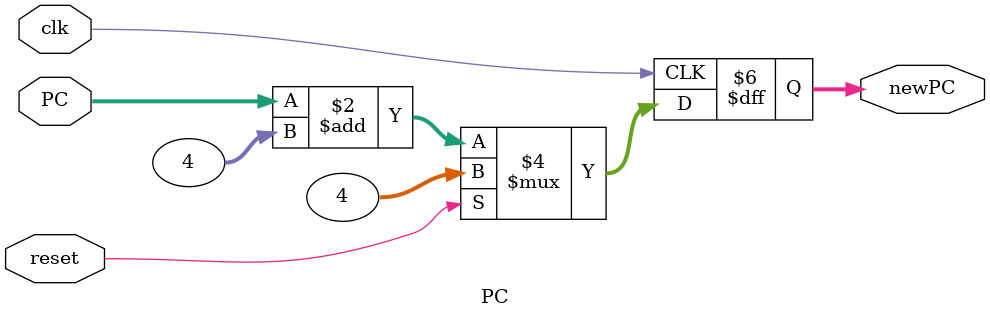
<source format=v>
`timescale 1ns / 1ps


module PC(
    input [31:0] PC,
    input reset,
    input clk,
    output  reg [31:0] newPC
    );
    always @ (posedge clk)
    begin
        if(reset)
            newPC <= 4;
        else
            newPC <= PC + 4;
    end
endmodule

</source>
